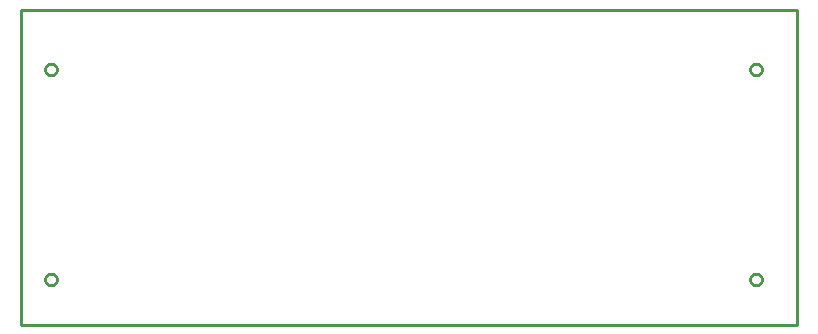
<source format=gbr>
G04 EAGLE Gerber RS-274X export*
G75*
%MOMM*%
%FSLAX34Y34*%
%LPD*%
%IN*%
%IPPOS*%
%AMOC8*
5,1,8,0,0,1.08239X$1,22.5*%
G01*
%ADD10C,0.254000*%


D10*
X0Y88900D02*
X657100Y88900D01*
X657100Y355500D01*
X0Y355500D01*
X0Y88900D01*
X627300Y304519D02*
X627237Y303961D01*
X627112Y303414D01*
X626927Y302884D01*
X626683Y302378D01*
X626384Y301902D01*
X626034Y301463D01*
X625637Y301066D01*
X625198Y300716D01*
X624722Y300417D01*
X624216Y300173D01*
X623686Y299988D01*
X623139Y299863D01*
X622581Y299800D01*
X622019Y299800D01*
X621461Y299863D01*
X620914Y299988D01*
X620384Y300173D01*
X619878Y300417D01*
X619402Y300716D01*
X618963Y301066D01*
X618566Y301463D01*
X618216Y301902D01*
X617917Y302378D01*
X617673Y302884D01*
X617488Y303414D01*
X617363Y303961D01*
X617300Y304519D01*
X617300Y305081D01*
X617363Y305639D01*
X617488Y306186D01*
X617673Y306716D01*
X617917Y307222D01*
X618216Y307698D01*
X618566Y308137D01*
X618963Y308534D01*
X619402Y308884D01*
X619878Y309183D01*
X620384Y309427D01*
X620914Y309612D01*
X621461Y309737D01*
X622019Y309800D01*
X622581Y309800D01*
X623139Y309737D01*
X623686Y309612D01*
X624216Y309427D01*
X624722Y309183D01*
X625198Y308884D01*
X625637Y308534D01*
X626034Y308137D01*
X626384Y307698D01*
X626683Y307222D01*
X626927Y306716D01*
X627112Y306186D01*
X627237Y305639D01*
X627300Y305081D01*
X627300Y304519D01*
X627300Y126719D02*
X627237Y126161D01*
X627112Y125614D01*
X626927Y125084D01*
X626683Y124578D01*
X626384Y124102D01*
X626034Y123663D01*
X625637Y123266D01*
X625198Y122916D01*
X624722Y122617D01*
X624216Y122373D01*
X623686Y122188D01*
X623139Y122063D01*
X622581Y122000D01*
X622019Y122000D01*
X621461Y122063D01*
X620914Y122188D01*
X620384Y122373D01*
X619878Y122617D01*
X619402Y122916D01*
X618963Y123266D01*
X618566Y123663D01*
X618216Y124102D01*
X617917Y124578D01*
X617673Y125084D01*
X617488Y125614D01*
X617363Y126161D01*
X617300Y126719D01*
X617300Y127281D01*
X617363Y127839D01*
X617488Y128386D01*
X617673Y128916D01*
X617917Y129422D01*
X618216Y129898D01*
X618566Y130337D01*
X618963Y130734D01*
X619402Y131084D01*
X619878Y131383D01*
X620384Y131627D01*
X620914Y131812D01*
X621461Y131937D01*
X622019Y132000D01*
X622581Y132000D01*
X623139Y131937D01*
X623686Y131812D01*
X624216Y131627D01*
X624722Y131383D01*
X625198Y131084D01*
X625637Y130734D01*
X626034Y130337D01*
X626384Y129898D01*
X626683Y129422D01*
X626927Y128916D01*
X627112Y128386D01*
X627237Y127839D01*
X627300Y127281D01*
X627300Y126719D01*
X30400Y304519D02*
X30337Y303961D01*
X30212Y303414D01*
X30027Y302884D01*
X29783Y302378D01*
X29484Y301902D01*
X29134Y301463D01*
X28737Y301066D01*
X28298Y300716D01*
X27822Y300417D01*
X27316Y300173D01*
X26786Y299988D01*
X26239Y299863D01*
X25681Y299800D01*
X25119Y299800D01*
X24561Y299863D01*
X24014Y299988D01*
X23484Y300173D01*
X22978Y300417D01*
X22502Y300716D01*
X22063Y301066D01*
X21666Y301463D01*
X21316Y301902D01*
X21017Y302378D01*
X20773Y302884D01*
X20588Y303414D01*
X20463Y303961D01*
X20400Y304519D01*
X20400Y305081D01*
X20463Y305639D01*
X20588Y306186D01*
X20773Y306716D01*
X21017Y307222D01*
X21316Y307698D01*
X21666Y308137D01*
X22063Y308534D01*
X22502Y308884D01*
X22978Y309183D01*
X23484Y309427D01*
X24014Y309612D01*
X24561Y309737D01*
X25119Y309800D01*
X25681Y309800D01*
X26239Y309737D01*
X26786Y309612D01*
X27316Y309427D01*
X27822Y309183D01*
X28298Y308884D01*
X28737Y308534D01*
X29134Y308137D01*
X29484Y307698D01*
X29783Y307222D01*
X30027Y306716D01*
X30212Y306186D01*
X30337Y305639D01*
X30400Y305081D01*
X30400Y304519D01*
X30400Y126719D02*
X30337Y126161D01*
X30212Y125614D01*
X30027Y125084D01*
X29783Y124578D01*
X29484Y124102D01*
X29134Y123663D01*
X28737Y123266D01*
X28298Y122916D01*
X27822Y122617D01*
X27316Y122373D01*
X26786Y122188D01*
X26239Y122063D01*
X25681Y122000D01*
X25119Y122000D01*
X24561Y122063D01*
X24014Y122188D01*
X23484Y122373D01*
X22978Y122617D01*
X22502Y122916D01*
X22063Y123266D01*
X21666Y123663D01*
X21316Y124102D01*
X21017Y124578D01*
X20773Y125084D01*
X20588Y125614D01*
X20463Y126161D01*
X20400Y126719D01*
X20400Y127281D01*
X20463Y127839D01*
X20588Y128386D01*
X20773Y128916D01*
X21017Y129422D01*
X21316Y129898D01*
X21666Y130337D01*
X22063Y130734D01*
X22502Y131084D01*
X22978Y131383D01*
X23484Y131627D01*
X24014Y131812D01*
X24561Y131937D01*
X25119Y132000D01*
X25681Y132000D01*
X26239Y131937D01*
X26786Y131812D01*
X27316Y131627D01*
X27822Y131383D01*
X28298Y131084D01*
X28737Y130734D01*
X29134Y130337D01*
X29484Y129898D01*
X29783Y129422D01*
X30027Y128916D01*
X30212Y128386D01*
X30337Y127839D01*
X30400Y127281D01*
X30400Y126719D01*
M02*

</source>
